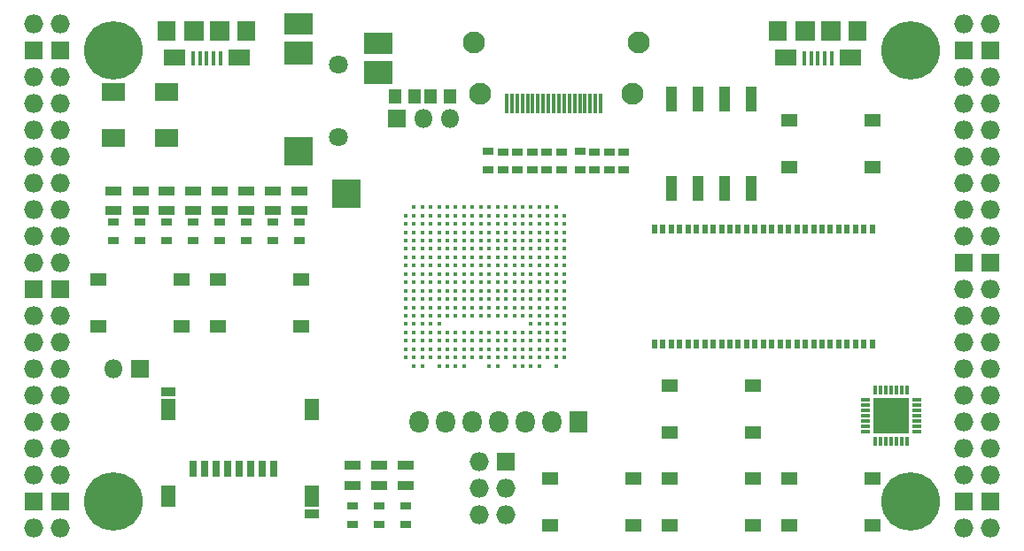
<source format=gts>
G04 #@! TF.GenerationSoftware,KiCad,Pcbnew,5.0.0-rc2+dfsg1-3*
G04 #@! TF.CreationDate,2018-06-09T08:35:21+02:00*
G04 #@! TF.ProjectId,ulx3s,756C7833732E6B696361645F70636200,rev?*
G04 #@! TF.SameCoordinates,Original*
G04 #@! TF.FileFunction,Soldermask,Top*
G04 #@! TF.FilePolarity,Negative*
%FSLAX46Y46*%
G04 Gerber Fmt 4.6, Leading zero omitted, Abs format (unit mm)*
G04 Created by KiCad (PCBNEW 5.0.0-rc2+dfsg1-3) date Sat Jun  9 08:35:21 2018*
%MOMM*%
%LPD*%
G01*
G04 APERTURE LIST*
%ADD10R,0.560000X0.900000*%
%ADD11O,1.827200X1.827200*%
%ADD12R,1.727200X1.727200*%
%ADD13C,5.600000*%
%ADD14O,0.950000X0.400000*%
%ADD15O,0.400000X0.950000*%
%ADD16R,1.675000X1.675000*%
%ADD17R,1.727200X2.032000*%
%ADD18O,1.827200X2.132000*%
%ADD19R,1.550000X1.300000*%
%ADD20R,1.120000X2.440000*%
%ADD21C,0.430000*%
%ADD22R,2.800000X2.000000*%
%ADD23R,2.800000X2.200000*%
%ADD24R,2.800000X2.800000*%
%ADD25C,1.800000*%
%ADD26R,0.700000X1.500000*%
%ADD27R,1.450000X0.900000*%
%ADD28R,1.450000X2.000000*%
%ADD29R,2.200000X1.800000*%
%ADD30R,1.000000X0.670000*%
%ADD31R,1.500000X0.970000*%
%ADD32R,0.300000X1.900000*%
%ADD33C,2.100000*%
%ADD34R,1.700000X1.700000*%
%ADD35O,1.800000X1.800000*%
%ADD36R,1.295000X1.400000*%
%ADD37R,1.800000X1.900000*%
%ADD38R,0.400000X1.350000*%
%ADD39R,1.900000X1.900000*%
%ADD40R,2.100000X1.600000*%
G04 APERTURE END LIST*
D10*
G04 #@! TO.C,U2*
X175493000Y-82270000D03*
X154693000Y-93330000D03*
X155493000Y-93330000D03*
X156293000Y-93330000D03*
X157093000Y-93330000D03*
X157893000Y-93330000D03*
X158693000Y-93330000D03*
X159493000Y-93330000D03*
X160293000Y-93330000D03*
X161093000Y-93330000D03*
X161893000Y-93330000D03*
X162693000Y-93330000D03*
X163493000Y-93330000D03*
X164293000Y-93330000D03*
X165093000Y-93330000D03*
X165893000Y-93330000D03*
X166693000Y-93330000D03*
X167493000Y-93330000D03*
X168293000Y-93330000D03*
X169093000Y-93330000D03*
X169893000Y-93330000D03*
X170693000Y-93330000D03*
X171493000Y-93330000D03*
X172293000Y-93330000D03*
X173093000Y-93330000D03*
X173893000Y-93330000D03*
X174693000Y-93330000D03*
X175493000Y-93330000D03*
X174693000Y-82270000D03*
X173893000Y-82270000D03*
X173093000Y-82270000D03*
X172293000Y-82270000D03*
X171493000Y-82270000D03*
X170693000Y-82270000D03*
X169893000Y-82270000D03*
X169093000Y-82270000D03*
X168293000Y-82270000D03*
X167493000Y-82270000D03*
X166693000Y-82270000D03*
X165893000Y-82270000D03*
X165093000Y-82270000D03*
X164293000Y-82270000D03*
X163493000Y-82270000D03*
X162693000Y-82270000D03*
X161893000Y-82270000D03*
X161093000Y-82270000D03*
X160293000Y-82270000D03*
X159493000Y-82270000D03*
X158693000Y-82270000D03*
X157893000Y-82270000D03*
X157093000Y-82270000D03*
X156293000Y-82270000D03*
X155493000Y-82270000D03*
X154693000Y-82270000D03*
G04 #@! TD*
D11*
G04 #@! TO.C,J1*
X97910000Y-62690000D03*
X95370000Y-62690000D03*
D12*
X97910000Y-65230000D03*
X95370000Y-65230000D03*
D11*
X97910000Y-67770000D03*
X95370000Y-67770000D03*
X97910000Y-70310000D03*
X95370000Y-70310000D03*
X97910000Y-72850000D03*
X95370000Y-72850000D03*
X97910000Y-75390000D03*
X95370000Y-75390000D03*
X97910000Y-77930000D03*
X95370000Y-77930000D03*
X97910000Y-80470000D03*
X95370000Y-80470000D03*
X97910000Y-83010000D03*
X95370000Y-83010000D03*
X97910000Y-85550000D03*
X95370000Y-85550000D03*
D12*
X97910000Y-88090000D03*
X95370000Y-88090000D03*
D11*
X97910000Y-90630000D03*
X95370000Y-90630000D03*
X97910000Y-93170000D03*
X95370000Y-93170000D03*
X97910000Y-95710000D03*
X95370000Y-95710000D03*
X97910000Y-98250000D03*
X95370000Y-98250000D03*
X97910000Y-100790000D03*
X95370000Y-100790000D03*
X97910000Y-103330000D03*
X95370000Y-103330000D03*
X97910000Y-105870000D03*
X95370000Y-105870000D03*
D12*
X97910000Y-108410000D03*
X95370000Y-108410000D03*
D11*
X97910000Y-110950000D03*
X95370000Y-110950000D03*
G04 #@! TD*
G04 #@! TO.C,J2*
X184270000Y-110950000D03*
X186810000Y-110950000D03*
D12*
X184270000Y-108410000D03*
X186810000Y-108410000D03*
D11*
X184270000Y-105870000D03*
X186810000Y-105870000D03*
X184270000Y-103330000D03*
X186810000Y-103330000D03*
X184270000Y-100790000D03*
X186810000Y-100790000D03*
X184270000Y-98250000D03*
X186810000Y-98250000D03*
X184270000Y-95710000D03*
X186810000Y-95710000D03*
X184270000Y-93170000D03*
X186810000Y-93170000D03*
X184270000Y-90630000D03*
X186810000Y-90630000D03*
X184270000Y-88090000D03*
X186810000Y-88090000D03*
D12*
X184270000Y-85550000D03*
X186810000Y-85550000D03*
D11*
X184270000Y-83010000D03*
X186810000Y-83010000D03*
X184270000Y-80470000D03*
X186810000Y-80470000D03*
X184270000Y-77930000D03*
X186810000Y-77930000D03*
X184270000Y-75390000D03*
X186810000Y-75390000D03*
X184270000Y-72850000D03*
X186810000Y-72850000D03*
X184270000Y-70310000D03*
X186810000Y-70310000D03*
X184270000Y-67770000D03*
X186810000Y-67770000D03*
D12*
X184270000Y-65230000D03*
X186810000Y-65230000D03*
D11*
X184270000Y-62690000D03*
X186810000Y-62690000D03*
G04 #@! TD*
D13*
G04 #@! TO.C,H1*
X102990000Y-108410000D03*
G04 #@! TD*
G04 #@! TO.C,H2*
X179190000Y-108410000D03*
G04 #@! TD*
G04 #@! TO.C,H3*
X179190000Y-65230000D03*
G04 #@! TD*
G04 #@! TO.C,H4*
X102990000Y-65230000D03*
G04 #@! TD*
D12*
G04 #@! TO.C,J4*
X140455000Y-104600000D03*
D11*
X137915000Y-104600000D03*
X140455000Y-107140000D03*
X137915000Y-107140000D03*
X140455000Y-109680000D03*
X137915000Y-109680000D03*
G04 #@! TD*
D14*
G04 #@! TO.C,U8*
X179735000Y-101655000D03*
X179735000Y-101155000D03*
X179735000Y-100655000D03*
X179735000Y-100155000D03*
X179735000Y-99655000D03*
X179735000Y-99155000D03*
X179735000Y-98655000D03*
D15*
X178785000Y-97705000D03*
X178285000Y-97705000D03*
X177785000Y-97705000D03*
X177285000Y-97705000D03*
X176785000Y-97705000D03*
X176285000Y-97705000D03*
X175785000Y-97705000D03*
D14*
X174835000Y-98655000D03*
X174835000Y-99155000D03*
X174835000Y-99655000D03*
X174835000Y-100155000D03*
X174835000Y-100655000D03*
X174835000Y-101155000D03*
X174835000Y-101655000D03*
D15*
X175785000Y-102605000D03*
X176285000Y-102605000D03*
X176785000Y-102605000D03*
X177285000Y-102605000D03*
X177785000Y-102605000D03*
X178285000Y-102605000D03*
X178785000Y-102605000D03*
D16*
X176447500Y-99317500D03*
X176447500Y-100992500D03*
X178122500Y-99317500D03*
X178122500Y-100992500D03*
G04 #@! TD*
D17*
G04 #@! TO.C,OLED1*
X147440000Y-100790000D03*
D18*
X144900000Y-100790000D03*
X142360000Y-100790000D03*
X139820000Y-100790000D03*
X137280000Y-100790000D03*
X134740000Y-100790000D03*
X132200000Y-100790000D03*
G04 #@! TD*
D19*
G04 #@! TO.C,BTN0*
X175550000Y-71870000D03*
X175550000Y-76370000D03*
X167590000Y-76370000D03*
X167590000Y-71870000D03*
G04 #@! TD*
G04 #@! TO.C,BTN1*
X101550000Y-91610000D03*
X101550000Y-87110000D03*
X109510000Y-87110000D03*
X109510000Y-91610000D03*
G04 #@! TD*
G04 #@! TO.C,BTN2*
X112980000Y-91610000D03*
X112980000Y-87110000D03*
X120940000Y-87110000D03*
X120940000Y-91610000D03*
G04 #@! TD*
G04 #@! TO.C,BTN3*
X156160000Y-101770000D03*
X156160000Y-97270000D03*
X164120000Y-97270000D03*
X164120000Y-101770000D03*
G04 #@! TD*
G04 #@! TO.C,BTN4*
X164120000Y-106160000D03*
X164120000Y-110660000D03*
X156160000Y-110660000D03*
X156160000Y-106160000D03*
G04 #@! TD*
G04 #@! TO.C,BTN5*
X152690000Y-106160000D03*
X152690000Y-110660000D03*
X144730000Y-110660000D03*
X144730000Y-106160000D03*
G04 #@! TD*
G04 #@! TO.C,BTN6*
X175550000Y-106160000D03*
X175550000Y-110660000D03*
X167590000Y-110660000D03*
X167590000Y-106160000D03*
G04 #@! TD*
D20*
G04 #@! TO.C,SW1*
X156330000Y-78425000D03*
X163950000Y-69815000D03*
X158870000Y-78425000D03*
X161410000Y-69815000D03*
X161410000Y-78425000D03*
X158870000Y-69815000D03*
X163950000Y-78425000D03*
X156330000Y-69815000D03*
G04 #@! TD*
D21*
G04 #@! TO.C,U1*
X131680000Y-80200000D03*
X132480000Y-80200000D03*
X133280000Y-80200000D03*
X134080000Y-80200000D03*
X134880000Y-80200000D03*
X135680000Y-80200000D03*
X136480000Y-80200000D03*
X137280000Y-80200000D03*
X138080000Y-80200000D03*
X138880000Y-80200000D03*
X139680000Y-80200000D03*
X140480000Y-80200000D03*
X141280000Y-80200000D03*
X142080000Y-80200000D03*
X142880000Y-80200000D03*
X143680000Y-80200000D03*
X144480000Y-80200000D03*
X145280000Y-80200000D03*
X130880000Y-81000000D03*
X131680000Y-81000000D03*
X132480000Y-81000000D03*
X133280000Y-81000000D03*
X134080000Y-81000000D03*
X134880000Y-81000000D03*
X135680000Y-81000000D03*
X136480000Y-81000000D03*
X137280000Y-81000000D03*
X138080000Y-81000000D03*
X138880000Y-81000000D03*
X139680000Y-81000000D03*
X140480000Y-81000000D03*
X141280000Y-81000000D03*
X142080000Y-81000000D03*
X142880000Y-81000000D03*
X143680000Y-81000000D03*
X144480000Y-81000000D03*
X145280000Y-81000000D03*
X146080000Y-81000000D03*
X130880000Y-81800000D03*
X131680000Y-81800000D03*
X132480000Y-81800000D03*
X133280000Y-81800000D03*
X134080000Y-81800000D03*
X134880000Y-81800000D03*
X135680000Y-81800000D03*
X136480000Y-81800000D03*
X137280000Y-81800000D03*
X138080000Y-81800000D03*
X138880000Y-81800000D03*
X139680000Y-81800000D03*
X140480000Y-81800000D03*
X141280000Y-81800000D03*
X142080000Y-81800000D03*
X142880000Y-81800000D03*
X143680000Y-81800000D03*
X144480000Y-81800000D03*
X145280000Y-81800000D03*
X146080000Y-81800000D03*
X130880000Y-82600000D03*
X131680000Y-82600000D03*
X132480000Y-82600000D03*
X133280000Y-82600000D03*
X134080000Y-82600000D03*
X134880000Y-82600000D03*
X135680000Y-82600000D03*
X136480000Y-82600000D03*
X137280000Y-82600000D03*
X138080000Y-82600000D03*
X138880000Y-82600000D03*
X139680000Y-82600000D03*
X140480000Y-82600000D03*
X141280000Y-82600000D03*
X142080000Y-82600000D03*
X142880000Y-82600000D03*
X143680000Y-82600000D03*
X144480000Y-82600000D03*
X145280000Y-82600000D03*
X146080000Y-82600000D03*
X130880000Y-83400000D03*
X131680000Y-83400000D03*
X132480000Y-83400000D03*
X133280000Y-83400000D03*
X134080000Y-83400000D03*
X134880000Y-83400000D03*
X135680000Y-83400000D03*
X136480000Y-83400000D03*
X137280000Y-83400000D03*
X138080000Y-83400000D03*
X138880000Y-83400000D03*
X139680000Y-83400000D03*
X140480000Y-83400000D03*
X141280000Y-83400000D03*
X142080000Y-83400000D03*
X142880000Y-83400000D03*
X143680000Y-83400000D03*
X144480000Y-83400000D03*
X145280000Y-83400000D03*
X146080000Y-83400000D03*
X130880000Y-84200000D03*
X131680000Y-84200000D03*
X132480000Y-84200000D03*
X133280000Y-84200000D03*
X134080000Y-84200000D03*
X134880000Y-84200000D03*
X135680000Y-84200000D03*
X136480000Y-84200000D03*
X137280000Y-84200000D03*
X138080000Y-84200000D03*
X138880000Y-84200000D03*
X139680000Y-84200000D03*
X140480000Y-84200000D03*
X141280000Y-84200000D03*
X142080000Y-84200000D03*
X142880000Y-84200000D03*
X143680000Y-84200000D03*
X144480000Y-84200000D03*
X145280000Y-84200000D03*
X146080000Y-84200000D03*
X130880000Y-85000000D03*
X131680000Y-85000000D03*
X132480000Y-85000000D03*
X133280000Y-85000000D03*
X134080000Y-85000000D03*
X134880000Y-85000000D03*
X135680000Y-85000000D03*
X136480000Y-85000000D03*
X137280000Y-85000000D03*
X138080000Y-85000000D03*
X138880000Y-85000000D03*
X139680000Y-85000000D03*
X140480000Y-85000000D03*
X141280000Y-85000000D03*
X142080000Y-85000000D03*
X142880000Y-85000000D03*
X143680000Y-85000000D03*
X144480000Y-85000000D03*
X145280000Y-85000000D03*
X146080000Y-85000000D03*
X130880000Y-85800000D03*
X131680000Y-85800000D03*
X132480000Y-85800000D03*
X133280000Y-85800000D03*
X134080000Y-85800000D03*
X134880000Y-85800000D03*
X135680000Y-85800000D03*
X136480000Y-85800000D03*
X137280000Y-85800000D03*
X138080000Y-85800000D03*
X138880000Y-85800000D03*
X139680000Y-85800000D03*
X140480000Y-85800000D03*
X141280000Y-85800000D03*
X142080000Y-85800000D03*
X142880000Y-85800000D03*
X143680000Y-85800000D03*
X144480000Y-85800000D03*
X145280000Y-85800000D03*
X146080000Y-85800000D03*
X130880000Y-86600000D03*
X131680000Y-86600000D03*
X132480000Y-86600000D03*
X133280000Y-86600000D03*
X134080000Y-86600000D03*
X134880000Y-86600000D03*
X135680000Y-86600000D03*
X136480000Y-86600000D03*
X137280000Y-86600000D03*
X138080000Y-86600000D03*
X138880000Y-86600000D03*
X139680000Y-86600000D03*
X140480000Y-86600000D03*
X141280000Y-86600000D03*
X142080000Y-86600000D03*
X142880000Y-86600000D03*
X143680000Y-86600000D03*
X144480000Y-86600000D03*
X145280000Y-86600000D03*
X146080000Y-86600000D03*
X130880000Y-87400000D03*
X131680000Y-87400000D03*
X132480000Y-87400000D03*
X133280000Y-87400000D03*
X134080000Y-87400000D03*
X134880000Y-87400000D03*
X135680000Y-87400000D03*
X136480000Y-87400000D03*
X137280000Y-87400000D03*
X138080000Y-87400000D03*
X138880000Y-87400000D03*
X139680000Y-87400000D03*
X140480000Y-87400000D03*
X141280000Y-87400000D03*
X142080000Y-87400000D03*
X142880000Y-87400000D03*
X143680000Y-87400000D03*
X144480000Y-87400000D03*
X145280000Y-87400000D03*
X146080000Y-87400000D03*
X130880000Y-88200000D03*
X131680000Y-88200000D03*
X132480000Y-88200000D03*
X133280000Y-88200000D03*
X134080000Y-88200000D03*
X134880000Y-88200000D03*
X135680000Y-88200000D03*
X136480000Y-88200000D03*
X137280000Y-88200000D03*
X138080000Y-88200000D03*
X138880000Y-88200000D03*
X139680000Y-88200000D03*
X140480000Y-88200000D03*
X141280000Y-88200000D03*
X142080000Y-88200000D03*
X142880000Y-88200000D03*
X143680000Y-88200000D03*
X144480000Y-88200000D03*
X145280000Y-88200000D03*
X146080000Y-88200000D03*
X130880000Y-89000000D03*
X131680000Y-89000000D03*
X132480000Y-89000000D03*
X133280000Y-89000000D03*
X134080000Y-89000000D03*
X134880000Y-89000000D03*
X135680000Y-89000000D03*
X136480000Y-89000000D03*
X137280000Y-89000000D03*
X138080000Y-89000000D03*
X138880000Y-89000000D03*
X139680000Y-89000000D03*
X140480000Y-89000000D03*
X141280000Y-89000000D03*
X142080000Y-89000000D03*
X142880000Y-89000000D03*
X143680000Y-89000000D03*
X144480000Y-89000000D03*
X145280000Y-89000000D03*
X146080000Y-89000000D03*
X130880000Y-89800000D03*
X131680000Y-89800000D03*
X132480000Y-89800000D03*
X133280000Y-89800000D03*
X134080000Y-89800000D03*
X134880000Y-89800000D03*
X135680000Y-89800000D03*
X136480000Y-89800000D03*
X137280000Y-89800000D03*
X138080000Y-89800000D03*
X138880000Y-89800000D03*
X139680000Y-89800000D03*
X140480000Y-89800000D03*
X141280000Y-89800000D03*
X142080000Y-89800000D03*
X142880000Y-89800000D03*
X143680000Y-89800000D03*
X144480000Y-89800000D03*
X145280000Y-89800000D03*
X146080000Y-89800000D03*
X130880000Y-90600000D03*
X131680000Y-90600000D03*
X132480000Y-90600000D03*
X133280000Y-90600000D03*
X134080000Y-90600000D03*
X134880000Y-90600000D03*
X135680000Y-90600000D03*
X136480000Y-90600000D03*
X137280000Y-90600000D03*
X138080000Y-90600000D03*
X138880000Y-90600000D03*
X139680000Y-90600000D03*
X140480000Y-90600000D03*
X141280000Y-90600000D03*
X142080000Y-90600000D03*
X142880000Y-90600000D03*
X143680000Y-90600000D03*
X144480000Y-90600000D03*
X145280000Y-90600000D03*
X146080000Y-90600000D03*
X130880000Y-91400000D03*
X131680000Y-91400000D03*
X132480000Y-91400000D03*
X133280000Y-91400000D03*
X134080000Y-91400000D03*
X142880000Y-91400000D03*
X143680000Y-91400000D03*
X144480000Y-91400000D03*
X145280000Y-91400000D03*
X146080000Y-91400000D03*
X130880000Y-92200000D03*
X131680000Y-92200000D03*
X132480000Y-92200000D03*
X133280000Y-92200000D03*
X134080000Y-92200000D03*
X134880000Y-92200000D03*
X135680000Y-92200000D03*
X136480000Y-92200000D03*
X137280000Y-92200000D03*
X138080000Y-92200000D03*
X138880000Y-92200000D03*
X139680000Y-92200000D03*
X140480000Y-92200000D03*
X141280000Y-92200000D03*
X142080000Y-92200000D03*
X142880000Y-92200000D03*
X143680000Y-92200000D03*
X144480000Y-92200000D03*
X145280000Y-92200000D03*
X146080000Y-92200000D03*
X130880000Y-93000000D03*
X131680000Y-93000000D03*
X132480000Y-93000000D03*
X133280000Y-93000000D03*
X134080000Y-93000000D03*
X134880000Y-93000000D03*
X135680000Y-93000000D03*
X136480000Y-93000000D03*
X137280000Y-93000000D03*
X138080000Y-93000000D03*
X138880000Y-93000000D03*
X139680000Y-93000000D03*
X140480000Y-93000000D03*
X141280000Y-93000000D03*
X142080000Y-93000000D03*
X142880000Y-93000000D03*
X143680000Y-93000000D03*
X144480000Y-93000000D03*
X145280000Y-93000000D03*
X146080000Y-93000000D03*
X130880000Y-93800000D03*
X131680000Y-93800000D03*
X132480000Y-93800000D03*
X133280000Y-93800000D03*
X134080000Y-93800000D03*
X134880000Y-93800000D03*
X135680000Y-93800000D03*
X136480000Y-93800000D03*
X137280000Y-93800000D03*
X138080000Y-93800000D03*
X138880000Y-93800000D03*
X139680000Y-93800000D03*
X140480000Y-93800000D03*
X141280000Y-93800000D03*
X142080000Y-93800000D03*
X142880000Y-93800000D03*
X143680000Y-93800000D03*
X144480000Y-93800000D03*
X145280000Y-93800000D03*
X146080000Y-93800000D03*
X130880000Y-94600000D03*
X131680000Y-94600000D03*
X132480000Y-94600000D03*
X133280000Y-94600000D03*
X134080000Y-94600000D03*
X134880000Y-94600000D03*
X135680000Y-94600000D03*
X136480000Y-94600000D03*
X137280000Y-94600000D03*
X138080000Y-94600000D03*
X138880000Y-94600000D03*
X139680000Y-94600000D03*
X140480000Y-94600000D03*
X141280000Y-94600000D03*
X142080000Y-94600000D03*
X142880000Y-94600000D03*
X143680000Y-94600000D03*
X144480000Y-94600000D03*
X145280000Y-94600000D03*
X146080000Y-94600000D03*
X131680000Y-95400000D03*
X132480000Y-95400000D03*
X134080000Y-95400000D03*
X134880000Y-95400000D03*
X135680000Y-95400000D03*
X136480000Y-95400000D03*
X138880000Y-95400000D03*
X139680000Y-95400000D03*
X141280000Y-95400000D03*
X142080000Y-95400000D03*
X142880000Y-95400000D03*
X143680000Y-95400000D03*
X145280000Y-95400000D03*
G04 #@! TD*
D22*
G04 #@! TO.C,AUDIO1*
X120668000Y-62618000D03*
D23*
X120668000Y-65418000D03*
D24*
X120668000Y-74818000D03*
X125218000Y-78918000D03*
D23*
X128268000Y-67318000D03*
D22*
X128268000Y-64518000D03*
D25*
X124468000Y-66518000D03*
X124468000Y-73518000D03*
G04 #@! TD*
D26*
G04 #@! TO.C,SD1*
X118250000Y-105250000D03*
X117150000Y-105250000D03*
X116050000Y-105250000D03*
X114950000Y-105250000D03*
X113850000Y-105250000D03*
X112750000Y-105250000D03*
X111650000Y-105250000D03*
X110550000Y-105250000D03*
D27*
X121925000Y-109550000D03*
X108175000Y-97850000D03*
D28*
X108175000Y-107850000D03*
X121925000Y-107850000D03*
X121925000Y-99550000D03*
X108175000Y-99550000D03*
G04 #@! TD*
D29*
G04 #@! TO.C,Y1*
X108040000Y-69220000D03*
X102960000Y-69220000D03*
X102960000Y-73620000D03*
X108040000Y-73620000D03*
G04 #@! TD*
D30*
G04 #@! TO.C,C36*
X150361000Y-76646000D03*
X150361000Y-74896000D03*
G04 #@! TD*
G04 #@! TO.C,C37*
X151758000Y-74896000D03*
X151758000Y-76646000D03*
G04 #@! TD*
G04 #@! TO.C,C38*
X140201000Y-74896000D03*
X140201000Y-76646000D03*
G04 #@! TD*
G04 #@! TO.C,C39*
X142995000Y-76646000D03*
X142995000Y-74896000D03*
G04 #@! TD*
G04 #@! TO.C,C40*
X145789000Y-76646000D03*
X145789000Y-74896000D03*
G04 #@! TD*
G04 #@! TO.C,C41*
X148964000Y-74896000D03*
X148964000Y-76646000D03*
G04 #@! TD*
G04 #@! TO.C,C42*
X138742800Y-76638600D03*
X138742800Y-74888600D03*
G04 #@! TD*
G04 #@! TO.C,C43*
X141598000Y-74896000D03*
X141598000Y-76646000D03*
G04 #@! TD*
G04 #@! TO.C,C44*
X144392000Y-74896000D03*
X144392000Y-76646000D03*
G04 #@! TD*
G04 #@! TO.C,C45*
X147567000Y-76634000D03*
X147567000Y-74884000D03*
G04 #@! TD*
D31*
G04 #@! TO.C,D19*
X130930000Y-106825000D03*
X130930000Y-104915000D03*
G04 #@! TD*
G04 #@! TO.C,D0*
X120770000Y-78644000D03*
X120770000Y-80554000D03*
G04 #@! TD*
G04 #@! TO.C,D1*
X118230000Y-80554000D03*
X118230000Y-78644000D03*
G04 #@! TD*
G04 #@! TO.C,D2*
X115690000Y-78644000D03*
X115690000Y-80554000D03*
G04 #@! TD*
G04 #@! TO.C,D3*
X113150000Y-78644000D03*
X113150000Y-80554000D03*
G04 #@! TD*
G04 #@! TO.C,D4*
X110610000Y-80554000D03*
X110610000Y-78644000D03*
G04 #@! TD*
G04 #@! TO.C,D5*
X108070000Y-80554000D03*
X108070000Y-78644000D03*
G04 #@! TD*
G04 #@! TO.C,D6*
X105545000Y-78644000D03*
X105545000Y-80554000D03*
G04 #@! TD*
G04 #@! TO.C,D7*
X102990000Y-80554000D03*
X102990000Y-78644000D03*
G04 #@! TD*
G04 #@! TO.C,D18*
X128390000Y-106825000D03*
X128390000Y-104915000D03*
G04 #@! TD*
G04 #@! TO.C,D22*
X125850000Y-104915000D03*
X125850000Y-106825000D03*
G04 #@! TD*
D32*
G04 #@! TO.C,GPDI1*
X149546000Y-70312000D03*
X149046000Y-70312000D03*
X148546000Y-70312000D03*
X148046000Y-70312000D03*
X147546000Y-70312000D03*
X147046000Y-70312000D03*
X146546000Y-70312000D03*
X146046000Y-70312000D03*
X145546000Y-70312000D03*
X145046000Y-70312000D03*
X144546000Y-70312000D03*
X144046000Y-70312000D03*
X143546000Y-70312000D03*
X143046000Y-70312000D03*
X142546000Y-70312000D03*
X142046000Y-70312000D03*
X141546000Y-70312000D03*
X141046000Y-70312000D03*
X140546000Y-70312000D03*
D33*
X152546000Y-69312000D03*
X138046000Y-69312000D03*
X153146000Y-64412000D03*
X137446000Y-64412000D03*
G04 #@! TD*
D30*
G04 #@! TO.C,R41*
X120770000Y-83377000D03*
X120770000Y-81627000D03*
G04 #@! TD*
G04 #@! TO.C,R42*
X118230000Y-81627000D03*
X118230000Y-83377000D03*
G04 #@! TD*
G04 #@! TO.C,R43*
X115690000Y-83377000D03*
X115690000Y-81627000D03*
G04 #@! TD*
G04 #@! TO.C,R44*
X113150000Y-81627000D03*
X113150000Y-83377000D03*
G04 #@! TD*
G04 #@! TO.C,R45*
X110610000Y-81627000D03*
X110610000Y-83377000D03*
G04 #@! TD*
G04 #@! TO.C,R46*
X108070000Y-83377000D03*
X108070000Y-81627000D03*
G04 #@! TD*
G04 #@! TO.C,R47*
X105530000Y-81627000D03*
X105530000Y-83377000D03*
G04 #@! TD*
G04 #@! TO.C,R48*
X102990000Y-83377000D03*
X102990000Y-81627000D03*
G04 #@! TD*
G04 #@! TO.C,R36*
X128390000Y-110555000D03*
X128390000Y-108805000D03*
G04 #@! TD*
G04 #@! TO.C,R37*
X130930000Y-110555000D03*
X130930000Y-108805000D03*
G04 #@! TD*
G04 #@! TO.C,R62*
X125850000Y-108805000D03*
X125850000Y-110555000D03*
G04 #@! TD*
D34*
G04 #@! TO.C,J3*
X105530000Y-95710000D03*
D35*
X102990000Y-95710000D03*
G04 #@! TD*
D34*
G04 #@! TO.C,J5*
X130056000Y-71725000D03*
D35*
X132596000Y-71725000D03*
X135136000Y-71725000D03*
G04 #@! TD*
D36*
G04 #@! TO.C,RV2*
X131785500Y-69566000D03*
X129850500Y-69566000D03*
G04 #@! TD*
G04 #@! TO.C,RV3*
X133231000Y-69566000D03*
X135166000Y-69566000D03*
G04 #@! TD*
D37*
G04 #@! TO.C,US1*
X108080000Y-63325000D03*
X115680000Y-63325000D03*
D38*
X110580000Y-66000000D03*
X111230000Y-66000000D03*
X111880000Y-66000000D03*
X112530000Y-66000000D03*
X113180000Y-66000000D03*
D39*
X110680000Y-63325000D03*
X113080000Y-63325000D03*
D40*
X108780000Y-65875000D03*
X114980000Y-65875000D03*
G04 #@! TD*
G04 #@! TO.C,US2*
X173400000Y-65875000D03*
X167200000Y-65875000D03*
D39*
X171500000Y-63325000D03*
X169100000Y-63325000D03*
D38*
X171600000Y-66000000D03*
X170950000Y-66000000D03*
X170300000Y-66000000D03*
X169650000Y-66000000D03*
X169000000Y-66000000D03*
D37*
X174100000Y-63325000D03*
X166500000Y-63325000D03*
G04 #@! TD*
M02*

</source>
